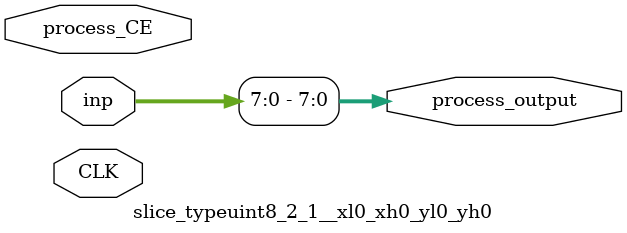
<source format=v>
module slice_typeuint8_2_1__xl0_xh0_yl0_yh0(input CLK, input process_CE, input [15:0] inp, output [7:0] process_output);
parameter INSTANCE_NAME="INST";
  assign process_output = ({inp[7:0]});
endmodule
</source>
